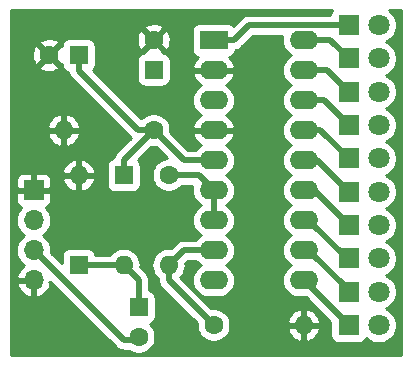
<source format=gbr>
G04 #@! TF.GenerationSoftware,KiCad,Pcbnew,(5.1.4-0-10_14)*
G04 #@! TF.CreationDate,2019-08-30T09:08:26-07:00*
G04 #@! TF.ProjectId,VUMeter,56554d65-7465-4722-9e6b-696361645f70,rev?*
G04 #@! TF.SameCoordinates,Original*
G04 #@! TF.FileFunction,Copper,L1,Top*
G04 #@! TF.FilePolarity,Positive*
%FSLAX46Y46*%
G04 Gerber Fmt 4.6, Leading zero omitted, Abs format (unit mm)*
G04 Created by KiCad (PCBNEW (5.1.4-0-10_14)) date 2019-08-30 09:08:26*
%MOMM*%
%LPD*%
G04 APERTURE LIST*
%ADD10O,2.400000X1.600000*%
%ADD11R,2.400000X1.600000*%
%ADD12O,1.600000X1.600000*%
%ADD13C,1.600000*%
%ADD14O,1.700000X1.700000*%
%ADD15R,1.700000X1.700000*%
%ADD16R,1.600000X1.600000*%
%ADD17C,1.800000*%
%ADD18R,1.800000X1.800000*%
%ADD19C,0.508000*%
%ADD20C,0.254000*%
G04 APERTURE END LIST*
D10*
X90170000Y-72390000D03*
X82550000Y-92710000D03*
X90170000Y-74930000D03*
X82550000Y-90170000D03*
X90170000Y-77470000D03*
X82550000Y-87630000D03*
X90170000Y-80010000D03*
X82550000Y-85090000D03*
X90170000Y-82550000D03*
X82550000Y-82550000D03*
X90170000Y-85090000D03*
X82550000Y-80010000D03*
X90170000Y-87630000D03*
X82550000Y-77470000D03*
X90170000Y-90170000D03*
X82550000Y-74930000D03*
X90170000Y-92710000D03*
D11*
X82550000Y-72390000D03*
D12*
X90170000Y-96520000D03*
D13*
X82550000Y-96520000D03*
D12*
X69850000Y-80010000D03*
D13*
X77470000Y-80010000D03*
D12*
X78740000Y-91440000D03*
D13*
X78740000Y-83820000D03*
D14*
X67310000Y-92710000D03*
X67310000Y-90170000D03*
X67310000Y-87630000D03*
D15*
X67310000Y-85090000D03*
D12*
X71120000Y-83820000D03*
D16*
X71120000Y-91440000D03*
D17*
X96520000Y-96520000D03*
D18*
X93980000Y-96520000D03*
D12*
X74930000Y-91440000D03*
D16*
X74930000Y-83820000D03*
D17*
X96520000Y-93697776D03*
D18*
X93980000Y-93697776D03*
D17*
X96520000Y-90875554D03*
D18*
X93980000Y-90875554D03*
D17*
X96520000Y-88053332D03*
D18*
X93980000Y-88053332D03*
D17*
X96520000Y-85231110D03*
D18*
X93980000Y-85231110D03*
D17*
X96520000Y-82408888D03*
D18*
X93980000Y-82408888D03*
D17*
X96520000Y-79586666D03*
D18*
X93980000Y-79586666D03*
D17*
X96520000Y-76764444D03*
D18*
X93980000Y-76764444D03*
D17*
X96520000Y-73942222D03*
D18*
X93980000Y-73942222D03*
D17*
X96520000Y-71120000D03*
D18*
X93980000Y-71120000D03*
D13*
X68620000Y-73660000D03*
D16*
X71120000Y-73660000D03*
D13*
X76200000Y-97496000D03*
D16*
X76200000Y-94996000D03*
D13*
X77470000Y-72390000D03*
D16*
X77470000Y-74890000D03*
D19*
X74930000Y-97790000D02*
X76200000Y-97790000D01*
X67310000Y-90170000D02*
X74930000Y-97790000D01*
X76200000Y-92710000D02*
X74930000Y-91440000D01*
X76200000Y-95290000D02*
X76200000Y-92710000D01*
X74930000Y-91440000D02*
X71120000Y-91440000D01*
X76338630Y-80010000D02*
X77470000Y-80010000D01*
X76162000Y-80010000D02*
X76338630Y-80010000D01*
X71120000Y-74968000D02*
X76162000Y-80010000D01*
X71120000Y-73660000D02*
X71120000Y-74968000D01*
X80010000Y-82550000D02*
X77470000Y-80010000D01*
X82550000Y-82550000D02*
X80010000Y-82550000D01*
X74930000Y-82550000D02*
X77470000Y-80010000D01*
X74930000Y-83820000D02*
X74930000Y-82550000D01*
X92572000Y-71120000D02*
X93980000Y-71120000D01*
X85528000Y-71120000D02*
X92572000Y-71120000D01*
X84258000Y-72390000D02*
X85528000Y-71120000D01*
X82550000Y-72390000D02*
X84258000Y-72390000D01*
X92427778Y-72390000D02*
X93980000Y-73942222D01*
X90170000Y-72390000D02*
X92427778Y-72390000D01*
X92145556Y-74930000D02*
X93980000Y-76764444D01*
X90170000Y-74930000D02*
X92145556Y-74930000D01*
X91863334Y-77470000D02*
X93980000Y-79586666D01*
X90170000Y-77470000D02*
X91863334Y-77470000D01*
X91581112Y-80010000D02*
X93980000Y-82408888D01*
X90170000Y-80010000D02*
X91581112Y-80010000D01*
X91298890Y-82550000D02*
X93980000Y-85231110D01*
X90170000Y-82550000D02*
X91298890Y-82550000D01*
X91016668Y-85090000D02*
X93980000Y-88053332D01*
X90170000Y-85090000D02*
X91016668Y-85090000D01*
X93815554Y-90875554D02*
X93980000Y-90875554D01*
X90570000Y-87630000D02*
X93815554Y-90875554D01*
X90170000Y-87630000D02*
X90570000Y-87630000D01*
X93980000Y-93580000D02*
X93980000Y-93697776D01*
X90570000Y-90170000D02*
X93980000Y-93580000D01*
X90170000Y-90170000D02*
X90570000Y-90170000D01*
X90170000Y-92710000D02*
X93980000Y-96520000D01*
X80010000Y-90170000D02*
X78740000Y-91440000D01*
X82550000Y-90170000D02*
X80010000Y-90170000D01*
X78740000Y-92710000D02*
X82550000Y-96520000D01*
X78740000Y-91440000D02*
X78740000Y-92710000D01*
X81280000Y-83820000D02*
X82550000Y-85090000D01*
X78740000Y-83820000D02*
X81280000Y-83820000D01*
X82550000Y-85090000D02*
X82550000Y-87630000D01*
D20*
G36*
X92490498Y-69975820D02*
G01*
X92454188Y-70095518D01*
X92441928Y-70220000D01*
X92441928Y-70231000D01*
X85571659Y-70231000D01*
X85527999Y-70226700D01*
X85484339Y-70231000D01*
X85484333Y-70231000D01*
X85386924Y-70240594D01*
X85353724Y-70243864D01*
X85252058Y-70274704D01*
X85186149Y-70294697D01*
X85031709Y-70377247D01*
X84896341Y-70488341D01*
X84868506Y-70522259D01*
X84224067Y-71166697D01*
X84201185Y-71138815D01*
X84104494Y-71059463D01*
X83994180Y-71000498D01*
X83874482Y-70964188D01*
X83750000Y-70951928D01*
X81350000Y-70951928D01*
X81225518Y-70964188D01*
X81105820Y-71000498D01*
X80995506Y-71059463D01*
X80898815Y-71138815D01*
X80819463Y-71235506D01*
X80760498Y-71345820D01*
X80724188Y-71465518D01*
X80711928Y-71590000D01*
X80711928Y-73190000D01*
X80724188Y-73314482D01*
X80760498Y-73434180D01*
X80819463Y-73544494D01*
X80898815Y-73641185D01*
X80995506Y-73720537D01*
X81105820Y-73779502D01*
X81225518Y-73815812D01*
X81237387Y-73816981D01*
X81045500Y-74005105D01*
X80886285Y-74238354D01*
X80775633Y-74498182D01*
X80758096Y-74580961D01*
X80880085Y-74803000D01*
X82423000Y-74803000D01*
X82423000Y-74783000D01*
X82677000Y-74783000D01*
X82677000Y-74803000D01*
X84219915Y-74803000D01*
X84341904Y-74580961D01*
X84324367Y-74498182D01*
X84213715Y-74238354D01*
X84054500Y-74005105D01*
X83862613Y-73816981D01*
X83874482Y-73815812D01*
X83994180Y-73779502D01*
X84104494Y-73720537D01*
X84201185Y-73641185D01*
X84280537Y-73544494D01*
X84339502Y-73434180D01*
X84375812Y-73314482D01*
X84380067Y-73271278D01*
X84432274Y-73266136D01*
X84599851Y-73215303D01*
X84754291Y-73132753D01*
X84889659Y-73021659D01*
X84917499Y-72987736D01*
X85896236Y-72009000D01*
X88386005Y-72009000D01*
X88355764Y-72108691D01*
X88328057Y-72390000D01*
X88355764Y-72671309D01*
X88437818Y-72941808D01*
X88571068Y-73191101D01*
X88750392Y-73409608D01*
X88968899Y-73588932D01*
X89101858Y-73660000D01*
X88968899Y-73731068D01*
X88750392Y-73910392D01*
X88571068Y-74128899D01*
X88437818Y-74378192D01*
X88355764Y-74648691D01*
X88328057Y-74930000D01*
X88355764Y-75211309D01*
X88437818Y-75481808D01*
X88571068Y-75731101D01*
X88750392Y-75949608D01*
X88968899Y-76128932D01*
X89101858Y-76200000D01*
X88968899Y-76271068D01*
X88750392Y-76450392D01*
X88571068Y-76668899D01*
X88437818Y-76918192D01*
X88355764Y-77188691D01*
X88328057Y-77470000D01*
X88355764Y-77751309D01*
X88437818Y-78021808D01*
X88571068Y-78271101D01*
X88750392Y-78489608D01*
X88968899Y-78668932D01*
X89101858Y-78740000D01*
X88968899Y-78811068D01*
X88750392Y-78990392D01*
X88571068Y-79208899D01*
X88437818Y-79458192D01*
X88355764Y-79728691D01*
X88328057Y-80010000D01*
X88355764Y-80291309D01*
X88437818Y-80561808D01*
X88571068Y-80811101D01*
X88750392Y-81029608D01*
X88968899Y-81208932D01*
X89101858Y-81280000D01*
X88968899Y-81351068D01*
X88750392Y-81530392D01*
X88571068Y-81748899D01*
X88437818Y-81998192D01*
X88355764Y-82268691D01*
X88328057Y-82550000D01*
X88355764Y-82831309D01*
X88437818Y-83101808D01*
X88571068Y-83351101D01*
X88750392Y-83569608D01*
X88968899Y-83748932D01*
X89101858Y-83820000D01*
X88968899Y-83891068D01*
X88750392Y-84070392D01*
X88571068Y-84288899D01*
X88437818Y-84538192D01*
X88355764Y-84808691D01*
X88328057Y-85090000D01*
X88355764Y-85371309D01*
X88437818Y-85641808D01*
X88571068Y-85891101D01*
X88750392Y-86109608D01*
X88968899Y-86288932D01*
X89101858Y-86360000D01*
X88968899Y-86431068D01*
X88750392Y-86610392D01*
X88571068Y-86828899D01*
X88437818Y-87078192D01*
X88355764Y-87348691D01*
X88328057Y-87630000D01*
X88355764Y-87911309D01*
X88437818Y-88181808D01*
X88571068Y-88431101D01*
X88750392Y-88649608D01*
X88968899Y-88828932D01*
X89101858Y-88900000D01*
X88968899Y-88971068D01*
X88750392Y-89150392D01*
X88571068Y-89368899D01*
X88437818Y-89618192D01*
X88355764Y-89888691D01*
X88328057Y-90170000D01*
X88355764Y-90451309D01*
X88437818Y-90721808D01*
X88571068Y-90971101D01*
X88750392Y-91189608D01*
X88968899Y-91368932D01*
X89101858Y-91440000D01*
X88968899Y-91511068D01*
X88750392Y-91690392D01*
X88571068Y-91908899D01*
X88437818Y-92158192D01*
X88355764Y-92428691D01*
X88328057Y-92710000D01*
X88355764Y-92991309D01*
X88437818Y-93261808D01*
X88571068Y-93511101D01*
X88750392Y-93729608D01*
X88968899Y-93908932D01*
X89218192Y-94042182D01*
X89488691Y-94124236D01*
X89699508Y-94145000D01*
X90347765Y-94145000D01*
X92441928Y-96239164D01*
X92441928Y-97420000D01*
X92454188Y-97544482D01*
X92490498Y-97664180D01*
X92549463Y-97774494D01*
X92628815Y-97871185D01*
X92725506Y-97950537D01*
X92835820Y-98009502D01*
X92955518Y-98045812D01*
X93080000Y-98058072D01*
X94880000Y-98058072D01*
X95004482Y-98045812D01*
X95124180Y-98009502D01*
X95234494Y-97950537D01*
X95331185Y-97871185D01*
X95410537Y-97774494D01*
X95469502Y-97664180D01*
X95475056Y-97645873D01*
X95541495Y-97712312D01*
X95792905Y-97880299D01*
X96072257Y-97996011D01*
X96368816Y-98055000D01*
X96671184Y-98055000D01*
X96967743Y-97996011D01*
X97247095Y-97880299D01*
X97498505Y-97712312D01*
X97712312Y-97498505D01*
X97880299Y-97247095D01*
X97996011Y-96967743D01*
X98055000Y-96671184D01*
X98055000Y-96368816D01*
X97996011Y-96072257D01*
X97880299Y-95792905D01*
X97712312Y-95541495D01*
X97498505Y-95327688D01*
X97247095Y-95159701D01*
X97124422Y-95108888D01*
X97247095Y-95058075D01*
X97498505Y-94890088D01*
X97712312Y-94676281D01*
X97880299Y-94424871D01*
X97996011Y-94145519D01*
X98055000Y-93848960D01*
X98055000Y-93546592D01*
X97996011Y-93250033D01*
X97880299Y-92970681D01*
X97712312Y-92719271D01*
X97498505Y-92505464D01*
X97247095Y-92337477D01*
X97124425Y-92286665D01*
X97247095Y-92235853D01*
X97498505Y-92067866D01*
X97712312Y-91854059D01*
X97880299Y-91602649D01*
X97996011Y-91323297D01*
X98055000Y-91026738D01*
X98055000Y-90724370D01*
X97996011Y-90427811D01*
X97880299Y-90148459D01*
X97712312Y-89897049D01*
X97498505Y-89683242D01*
X97247095Y-89515255D01*
X97124425Y-89464443D01*
X97247095Y-89413631D01*
X97498505Y-89245644D01*
X97712312Y-89031837D01*
X97880299Y-88780427D01*
X97996011Y-88501075D01*
X98055000Y-88204516D01*
X98055000Y-87902148D01*
X97996011Y-87605589D01*
X97880299Y-87326237D01*
X97712312Y-87074827D01*
X97498505Y-86861020D01*
X97247095Y-86693033D01*
X97124425Y-86642221D01*
X97247095Y-86591409D01*
X97498505Y-86423422D01*
X97712312Y-86209615D01*
X97880299Y-85958205D01*
X97996011Y-85678853D01*
X98055000Y-85382294D01*
X98055000Y-85079926D01*
X97996011Y-84783367D01*
X97880299Y-84504015D01*
X97712312Y-84252605D01*
X97498505Y-84038798D01*
X97247095Y-83870811D01*
X97124425Y-83819999D01*
X97247095Y-83769187D01*
X97498505Y-83601200D01*
X97712312Y-83387393D01*
X97880299Y-83135983D01*
X97996011Y-82856631D01*
X98055000Y-82560072D01*
X98055000Y-82257704D01*
X97996011Y-81961145D01*
X97880299Y-81681793D01*
X97712312Y-81430383D01*
X97498505Y-81216576D01*
X97247095Y-81048589D01*
X97124425Y-80997777D01*
X97247095Y-80946965D01*
X97498505Y-80778978D01*
X97712312Y-80565171D01*
X97880299Y-80313761D01*
X97996011Y-80034409D01*
X98055000Y-79737850D01*
X98055000Y-79435482D01*
X97996011Y-79138923D01*
X97880299Y-78859571D01*
X97712312Y-78608161D01*
X97498505Y-78394354D01*
X97247095Y-78226367D01*
X97124425Y-78175555D01*
X97247095Y-78124743D01*
X97498505Y-77956756D01*
X97712312Y-77742949D01*
X97880299Y-77491539D01*
X97996011Y-77212187D01*
X98055000Y-76915628D01*
X98055000Y-76613260D01*
X97996011Y-76316701D01*
X97880299Y-76037349D01*
X97712312Y-75785939D01*
X97498505Y-75572132D01*
X97247095Y-75404145D01*
X97124425Y-75353333D01*
X97247095Y-75302521D01*
X97498505Y-75134534D01*
X97712312Y-74920727D01*
X97880299Y-74669317D01*
X97996011Y-74389965D01*
X98055000Y-74093406D01*
X98055000Y-73791038D01*
X97996011Y-73494479D01*
X97880299Y-73215127D01*
X97712312Y-72963717D01*
X97498505Y-72749910D01*
X97247095Y-72581923D01*
X97124425Y-72531111D01*
X97247095Y-72480299D01*
X97498505Y-72312312D01*
X97712312Y-72098505D01*
X97880299Y-71847095D01*
X97996011Y-71567743D01*
X98055000Y-71271184D01*
X98055000Y-70968816D01*
X97996011Y-70672257D01*
X97880299Y-70392905D01*
X97712312Y-70141495D01*
X97498505Y-69927688D01*
X97419652Y-69875000D01*
X98400000Y-69875000D01*
X98400001Y-99035000D01*
X65430000Y-99035000D01*
X65430000Y-93066890D01*
X65868524Y-93066890D01*
X65913175Y-93214099D01*
X66038359Y-93476920D01*
X66212412Y-93710269D01*
X66428645Y-93905178D01*
X66678748Y-94054157D01*
X66953109Y-94151481D01*
X67183000Y-94030814D01*
X67183000Y-92837000D01*
X65989845Y-92837000D01*
X65868524Y-93066890D01*
X65430000Y-93066890D01*
X65430000Y-87630000D01*
X65817815Y-87630000D01*
X65846487Y-87921111D01*
X65931401Y-88201034D01*
X66069294Y-88459014D01*
X66254866Y-88685134D01*
X66480986Y-88870706D01*
X66535791Y-88900000D01*
X66480986Y-88929294D01*
X66254866Y-89114866D01*
X66069294Y-89340986D01*
X65931401Y-89598966D01*
X65846487Y-89878889D01*
X65817815Y-90170000D01*
X65846487Y-90461111D01*
X65931401Y-90741034D01*
X66069294Y-90999014D01*
X66254866Y-91225134D01*
X66480986Y-91410706D01*
X66545523Y-91445201D01*
X66428645Y-91514822D01*
X66212412Y-91709731D01*
X66038359Y-91943080D01*
X65913175Y-92205901D01*
X65868524Y-92353110D01*
X65989845Y-92583000D01*
X67183000Y-92583000D01*
X67183000Y-92563000D01*
X67437000Y-92563000D01*
X67437000Y-92583000D01*
X67457000Y-92583000D01*
X67457000Y-92837000D01*
X67437000Y-92837000D01*
X67437000Y-94030814D01*
X67666891Y-94151481D01*
X67941252Y-94054157D01*
X68191355Y-93905178D01*
X68407588Y-93710269D01*
X68581641Y-93476920D01*
X68706825Y-93214099D01*
X68751476Y-93066890D01*
X68630156Y-92837002D01*
X68719767Y-92837002D01*
X74270501Y-98387736D01*
X74298341Y-98421659D01*
X74433709Y-98532753D01*
X74588149Y-98615303D01*
X74654058Y-98635296D01*
X74755724Y-98666136D01*
X74788924Y-98669406D01*
X74886333Y-98679000D01*
X74886339Y-98679000D01*
X74929999Y-98683300D01*
X74973659Y-98679000D01*
X75387554Y-98679000D01*
X75520273Y-98767680D01*
X75781426Y-98875853D01*
X76058665Y-98931000D01*
X76341335Y-98931000D01*
X76618574Y-98875853D01*
X76879727Y-98767680D01*
X77114759Y-98610637D01*
X77314637Y-98410759D01*
X77471680Y-98175727D01*
X77579853Y-97914574D01*
X77635000Y-97637335D01*
X77635000Y-97354665D01*
X77579853Y-97077426D01*
X77471680Y-96816273D01*
X77314637Y-96581241D01*
X77148057Y-96414661D01*
X77244180Y-96385502D01*
X77354494Y-96326537D01*
X77451185Y-96247185D01*
X77530537Y-96150494D01*
X77589502Y-96040180D01*
X77625812Y-95920482D01*
X77638072Y-95796000D01*
X77638072Y-94196000D01*
X77625812Y-94071518D01*
X77589502Y-93951820D01*
X77530537Y-93841506D01*
X77451185Y-93744815D01*
X77354494Y-93665463D01*
X77244180Y-93606498D01*
X77124482Y-93570188D01*
X77089000Y-93566693D01*
X77089000Y-92753659D01*
X77093300Y-92709999D01*
X77089000Y-92666339D01*
X77089000Y-92666333D01*
X77076136Y-92535726D01*
X77076136Y-92535724D01*
X77025302Y-92368147D01*
X76992132Y-92306091D01*
X76942753Y-92213709D01*
X76831659Y-92078341D01*
X76797741Y-92050505D01*
X76355382Y-91608146D01*
X76371943Y-91440000D01*
X76344236Y-91158691D01*
X76262182Y-90888192D01*
X76128932Y-90638899D01*
X75949608Y-90420392D01*
X75731101Y-90241068D01*
X75481808Y-90107818D01*
X75211309Y-90025764D01*
X75000492Y-90005000D01*
X74859508Y-90005000D01*
X74648691Y-90025764D01*
X74378192Y-90107818D01*
X74128899Y-90241068D01*
X73910392Y-90420392D01*
X73803205Y-90551000D01*
X72549307Y-90551000D01*
X72545812Y-90515518D01*
X72509502Y-90395820D01*
X72450537Y-90285506D01*
X72371185Y-90188815D01*
X72274494Y-90109463D01*
X72164180Y-90050498D01*
X72044482Y-90014188D01*
X71920000Y-90001928D01*
X70320000Y-90001928D01*
X70195518Y-90014188D01*
X70075820Y-90050498D01*
X69965506Y-90109463D01*
X69868815Y-90188815D01*
X69789463Y-90285506D01*
X69730498Y-90395820D01*
X69694188Y-90515518D01*
X69681928Y-90640000D01*
X69681928Y-91284693D01*
X68781119Y-90383884D01*
X68802185Y-90170000D01*
X68773513Y-89878889D01*
X68688599Y-89598966D01*
X68550706Y-89340986D01*
X68365134Y-89114866D01*
X68139014Y-88929294D01*
X68084209Y-88900000D01*
X68139014Y-88870706D01*
X68365134Y-88685134D01*
X68550706Y-88459014D01*
X68688599Y-88201034D01*
X68773513Y-87921111D01*
X68802185Y-87630000D01*
X68773513Y-87338889D01*
X68688599Y-87058966D01*
X68550706Y-86800986D01*
X68365134Y-86574866D01*
X68335313Y-86550393D01*
X68404180Y-86529502D01*
X68514494Y-86470537D01*
X68611185Y-86391185D01*
X68690537Y-86294494D01*
X68749502Y-86184180D01*
X68785812Y-86064482D01*
X68798072Y-85940000D01*
X68795000Y-85375750D01*
X68636250Y-85217000D01*
X67437000Y-85217000D01*
X67437000Y-85237000D01*
X67183000Y-85237000D01*
X67183000Y-85217000D01*
X65983750Y-85217000D01*
X65825000Y-85375750D01*
X65821928Y-85940000D01*
X65834188Y-86064482D01*
X65870498Y-86184180D01*
X65929463Y-86294494D01*
X66008815Y-86391185D01*
X66105506Y-86470537D01*
X66215820Y-86529502D01*
X66284687Y-86550393D01*
X66254866Y-86574866D01*
X66069294Y-86800986D01*
X65931401Y-87058966D01*
X65846487Y-87338889D01*
X65817815Y-87630000D01*
X65430000Y-87630000D01*
X65430000Y-84240000D01*
X65821928Y-84240000D01*
X65825000Y-84804250D01*
X65983750Y-84963000D01*
X67183000Y-84963000D01*
X67183000Y-83763750D01*
X67437000Y-83763750D01*
X67437000Y-84963000D01*
X68636250Y-84963000D01*
X68795000Y-84804250D01*
X68798072Y-84240000D01*
X68791084Y-84169040D01*
X69728091Y-84169040D01*
X69822930Y-84433881D01*
X69967615Y-84675131D01*
X70156586Y-84883519D01*
X70382580Y-85051037D01*
X70636913Y-85171246D01*
X70770961Y-85211904D01*
X70993000Y-85089915D01*
X70993000Y-83947000D01*
X71247000Y-83947000D01*
X71247000Y-85089915D01*
X71469039Y-85211904D01*
X71603087Y-85171246D01*
X71857420Y-85051037D01*
X72083414Y-84883519D01*
X72272385Y-84675131D01*
X72417070Y-84433881D01*
X72511909Y-84169040D01*
X72390624Y-83947000D01*
X71247000Y-83947000D01*
X70993000Y-83947000D01*
X69849376Y-83947000D01*
X69728091Y-84169040D01*
X68791084Y-84169040D01*
X68785812Y-84115518D01*
X68749502Y-83995820D01*
X68690537Y-83885506D01*
X68611185Y-83788815D01*
X68514494Y-83709463D01*
X68404180Y-83650498D01*
X68284482Y-83614188D01*
X68160000Y-83601928D01*
X67595750Y-83605000D01*
X67437000Y-83763750D01*
X67183000Y-83763750D01*
X67024250Y-83605000D01*
X66460000Y-83601928D01*
X66335518Y-83614188D01*
X66215820Y-83650498D01*
X66105506Y-83709463D01*
X66008815Y-83788815D01*
X65929463Y-83885506D01*
X65870498Y-83995820D01*
X65834188Y-84115518D01*
X65821928Y-84240000D01*
X65430000Y-84240000D01*
X65430000Y-83470960D01*
X69728091Y-83470960D01*
X69849376Y-83693000D01*
X70993000Y-83693000D01*
X70993000Y-82550085D01*
X71247000Y-82550085D01*
X71247000Y-83693000D01*
X72390624Y-83693000D01*
X72511909Y-83470960D01*
X72417070Y-83206119D01*
X72272385Y-82964869D01*
X72083414Y-82756481D01*
X71857420Y-82588963D01*
X71603087Y-82468754D01*
X71469039Y-82428096D01*
X71247000Y-82550085D01*
X70993000Y-82550085D01*
X70770961Y-82428096D01*
X70636913Y-82468754D01*
X70382580Y-82588963D01*
X70156586Y-82756481D01*
X69967615Y-82964869D01*
X69822930Y-83206119D01*
X69728091Y-83470960D01*
X65430000Y-83470960D01*
X65430000Y-80359039D01*
X68458096Y-80359039D01*
X68498754Y-80493087D01*
X68618963Y-80747420D01*
X68786481Y-80973414D01*
X68994869Y-81162385D01*
X69236119Y-81307070D01*
X69500960Y-81401909D01*
X69723000Y-81280624D01*
X69723000Y-80137000D01*
X69977000Y-80137000D01*
X69977000Y-81280624D01*
X70199040Y-81401909D01*
X70463881Y-81307070D01*
X70705131Y-81162385D01*
X70913519Y-80973414D01*
X71081037Y-80747420D01*
X71201246Y-80493087D01*
X71241904Y-80359039D01*
X71119915Y-80137000D01*
X69977000Y-80137000D01*
X69723000Y-80137000D01*
X68580085Y-80137000D01*
X68458096Y-80359039D01*
X65430000Y-80359039D01*
X65430000Y-79660961D01*
X68458096Y-79660961D01*
X68580085Y-79883000D01*
X69723000Y-79883000D01*
X69723000Y-78739376D01*
X69977000Y-78739376D01*
X69977000Y-79883000D01*
X71119915Y-79883000D01*
X71241904Y-79660961D01*
X71201246Y-79526913D01*
X71081037Y-79272580D01*
X70913519Y-79046586D01*
X70705131Y-78857615D01*
X70463881Y-78712930D01*
X70199040Y-78618091D01*
X69977000Y-78739376D01*
X69723000Y-78739376D01*
X69500960Y-78618091D01*
X69236119Y-78712930D01*
X68994869Y-78857615D01*
X68786481Y-79046586D01*
X68618963Y-79272580D01*
X68498754Y-79526913D01*
X68458096Y-79660961D01*
X65430000Y-79660961D01*
X65430000Y-74652702D01*
X67806903Y-74652702D01*
X67878486Y-74896671D01*
X68133996Y-75017571D01*
X68408184Y-75086300D01*
X68690512Y-75100217D01*
X68970130Y-75058787D01*
X69236292Y-74963603D01*
X69361514Y-74896671D01*
X69433097Y-74652702D01*
X68620000Y-73839605D01*
X67806903Y-74652702D01*
X65430000Y-74652702D01*
X65430000Y-73730512D01*
X67179783Y-73730512D01*
X67221213Y-74010130D01*
X67316397Y-74276292D01*
X67383329Y-74401514D01*
X67627298Y-74473097D01*
X68440395Y-73660000D01*
X68799605Y-73660000D01*
X69612702Y-74473097D01*
X69681928Y-74452785D01*
X69681928Y-74460000D01*
X69694188Y-74584482D01*
X69730498Y-74704180D01*
X69789463Y-74814494D01*
X69868815Y-74911185D01*
X69965506Y-74990537D01*
X70075820Y-75049502D01*
X70195518Y-75085812D01*
X70238722Y-75090067D01*
X70243864Y-75142274D01*
X70294698Y-75309852D01*
X70377248Y-75464291D01*
X70488342Y-75599659D01*
X70522259Y-75627494D01*
X75502504Y-80607740D01*
X75530341Y-80641659D01*
X75558223Y-80664541D01*
X74332260Y-81890505D01*
X74298342Y-81918341D01*
X74270507Y-81952258D01*
X74270505Y-81952260D01*
X74187248Y-82053709D01*
X74104698Y-82208148D01*
X74053864Y-82375726D01*
X74052501Y-82389561D01*
X74005518Y-82394188D01*
X73885820Y-82430498D01*
X73775506Y-82489463D01*
X73678815Y-82568815D01*
X73599463Y-82665506D01*
X73540498Y-82775820D01*
X73504188Y-82895518D01*
X73491928Y-83020000D01*
X73491928Y-84620000D01*
X73504188Y-84744482D01*
X73540498Y-84864180D01*
X73599463Y-84974494D01*
X73678815Y-85071185D01*
X73775506Y-85150537D01*
X73885820Y-85209502D01*
X74005518Y-85245812D01*
X74130000Y-85258072D01*
X75730000Y-85258072D01*
X75854482Y-85245812D01*
X75974180Y-85209502D01*
X76084494Y-85150537D01*
X76181185Y-85071185D01*
X76260537Y-84974494D01*
X76319502Y-84864180D01*
X76355812Y-84744482D01*
X76368072Y-84620000D01*
X76368072Y-83020000D01*
X76355812Y-82895518D01*
X76319502Y-82775820D01*
X76260537Y-82665506D01*
X76181185Y-82568815D01*
X76174174Y-82563061D01*
X77298280Y-81438956D01*
X77328665Y-81445000D01*
X77611335Y-81445000D01*
X77641721Y-81438956D01*
X78589573Y-82386809D01*
X78321426Y-82440147D01*
X78060273Y-82548320D01*
X77825241Y-82705363D01*
X77625363Y-82905241D01*
X77468320Y-83140273D01*
X77360147Y-83401426D01*
X77305000Y-83678665D01*
X77305000Y-83961335D01*
X77360147Y-84238574D01*
X77468320Y-84499727D01*
X77625363Y-84734759D01*
X77825241Y-84934637D01*
X78060273Y-85091680D01*
X78321426Y-85199853D01*
X78598665Y-85255000D01*
X78881335Y-85255000D01*
X79158574Y-85199853D01*
X79419727Y-85091680D01*
X79654759Y-84934637D01*
X79854637Y-84734759D01*
X79871849Y-84709000D01*
X80766005Y-84709000D01*
X80735764Y-84808691D01*
X80708057Y-85090000D01*
X80735764Y-85371309D01*
X80817818Y-85641808D01*
X80951068Y-85891101D01*
X81130392Y-86109608D01*
X81348899Y-86288932D01*
X81481858Y-86360000D01*
X81348899Y-86431068D01*
X81130392Y-86610392D01*
X80951068Y-86828899D01*
X80817818Y-87078192D01*
X80735764Y-87348691D01*
X80708057Y-87630000D01*
X80735764Y-87911309D01*
X80817818Y-88181808D01*
X80951068Y-88431101D01*
X81130392Y-88649608D01*
X81348899Y-88828932D01*
X81481858Y-88900000D01*
X81348899Y-88971068D01*
X81130392Y-89150392D01*
X81023205Y-89281000D01*
X80053659Y-89281000D01*
X80009999Y-89276700D01*
X79966339Y-89281000D01*
X79966333Y-89281000D01*
X79868924Y-89290594D01*
X79835724Y-89293864D01*
X79734058Y-89324704D01*
X79668149Y-89344697D01*
X79513709Y-89427247D01*
X79378341Y-89538341D01*
X79350506Y-89572259D01*
X78908146Y-90014618D01*
X78810492Y-90005000D01*
X78669508Y-90005000D01*
X78458691Y-90025764D01*
X78188192Y-90107818D01*
X77938899Y-90241068D01*
X77720392Y-90420392D01*
X77541068Y-90638899D01*
X77407818Y-90888192D01*
X77325764Y-91158691D01*
X77298057Y-91440000D01*
X77325764Y-91721309D01*
X77407818Y-91991808D01*
X77541068Y-92241101D01*
X77720392Y-92459608D01*
X77851001Y-92566796D01*
X77851001Y-92666331D01*
X77846700Y-92710000D01*
X77863864Y-92884274D01*
X77914698Y-93051852D01*
X77931726Y-93083708D01*
X77997248Y-93206291D01*
X78108342Y-93341659D01*
X78142259Y-93369494D01*
X81121044Y-96348280D01*
X81115000Y-96378665D01*
X81115000Y-96661335D01*
X81170147Y-96938574D01*
X81278320Y-97199727D01*
X81435363Y-97434759D01*
X81635241Y-97634637D01*
X81870273Y-97791680D01*
X82131426Y-97899853D01*
X82408665Y-97955000D01*
X82691335Y-97955000D01*
X82968574Y-97899853D01*
X83229727Y-97791680D01*
X83464759Y-97634637D01*
X83664637Y-97434759D01*
X83821680Y-97199727D01*
X83929853Y-96938574D01*
X83943684Y-96869039D01*
X88778096Y-96869039D01*
X88818754Y-97003087D01*
X88938963Y-97257420D01*
X89106481Y-97483414D01*
X89314869Y-97672385D01*
X89556119Y-97817070D01*
X89820960Y-97911909D01*
X90043000Y-97790624D01*
X90043000Y-96647000D01*
X90297000Y-96647000D01*
X90297000Y-97790624D01*
X90519040Y-97911909D01*
X90783881Y-97817070D01*
X91025131Y-97672385D01*
X91233519Y-97483414D01*
X91401037Y-97257420D01*
X91521246Y-97003087D01*
X91561904Y-96869039D01*
X91439915Y-96647000D01*
X90297000Y-96647000D01*
X90043000Y-96647000D01*
X88900085Y-96647000D01*
X88778096Y-96869039D01*
X83943684Y-96869039D01*
X83985000Y-96661335D01*
X83985000Y-96378665D01*
X83943685Y-96170961D01*
X88778096Y-96170961D01*
X88900085Y-96393000D01*
X90043000Y-96393000D01*
X90043000Y-95249376D01*
X90297000Y-95249376D01*
X90297000Y-96393000D01*
X91439915Y-96393000D01*
X91561904Y-96170961D01*
X91521246Y-96036913D01*
X91401037Y-95782580D01*
X91233519Y-95556586D01*
X91025131Y-95367615D01*
X90783881Y-95222930D01*
X90519040Y-95128091D01*
X90297000Y-95249376D01*
X90043000Y-95249376D01*
X89820960Y-95128091D01*
X89556119Y-95222930D01*
X89314869Y-95367615D01*
X89106481Y-95556586D01*
X88938963Y-95782580D01*
X88818754Y-96036913D01*
X88778096Y-96170961D01*
X83943685Y-96170961D01*
X83929853Y-96101426D01*
X83821680Y-95840273D01*
X83664637Y-95605241D01*
X83464759Y-95405363D01*
X83229727Y-95248320D01*
X82968574Y-95140147D01*
X82691335Y-95085000D01*
X82408665Y-95085000D01*
X82378280Y-95091044D01*
X79752597Y-92465362D01*
X79759608Y-92459608D01*
X79938932Y-92241101D01*
X80072182Y-91991808D01*
X80154236Y-91721309D01*
X80181943Y-91440000D01*
X80165382Y-91271854D01*
X80378236Y-91059000D01*
X81023205Y-91059000D01*
X81130392Y-91189608D01*
X81348899Y-91368932D01*
X81481858Y-91440000D01*
X81348899Y-91511068D01*
X81130392Y-91690392D01*
X80951068Y-91908899D01*
X80817818Y-92158192D01*
X80735764Y-92428691D01*
X80708057Y-92710000D01*
X80735764Y-92991309D01*
X80817818Y-93261808D01*
X80951068Y-93511101D01*
X81130392Y-93729608D01*
X81348899Y-93908932D01*
X81598192Y-94042182D01*
X81868691Y-94124236D01*
X82079508Y-94145000D01*
X83020492Y-94145000D01*
X83231309Y-94124236D01*
X83501808Y-94042182D01*
X83751101Y-93908932D01*
X83969608Y-93729608D01*
X84148932Y-93511101D01*
X84282182Y-93261808D01*
X84364236Y-92991309D01*
X84391943Y-92710000D01*
X84364236Y-92428691D01*
X84282182Y-92158192D01*
X84148932Y-91908899D01*
X83969608Y-91690392D01*
X83751101Y-91511068D01*
X83618142Y-91440000D01*
X83751101Y-91368932D01*
X83969608Y-91189608D01*
X84148932Y-90971101D01*
X84282182Y-90721808D01*
X84364236Y-90451309D01*
X84391943Y-90170000D01*
X84364236Y-89888691D01*
X84282182Y-89618192D01*
X84148932Y-89368899D01*
X83969608Y-89150392D01*
X83751101Y-88971068D01*
X83618142Y-88900000D01*
X83751101Y-88828932D01*
X83969608Y-88649608D01*
X84148932Y-88431101D01*
X84282182Y-88181808D01*
X84364236Y-87911309D01*
X84391943Y-87630000D01*
X84364236Y-87348691D01*
X84282182Y-87078192D01*
X84148932Y-86828899D01*
X83969608Y-86610392D01*
X83751101Y-86431068D01*
X83618142Y-86360000D01*
X83751101Y-86288932D01*
X83969608Y-86109608D01*
X84148932Y-85891101D01*
X84282182Y-85641808D01*
X84364236Y-85371309D01*
X84391943Y-85090000D01*
X84364236Y-84808691D01*
X84282182Y-84538192D01*
X84148932Y-84288899D01*
X83969608Y-84070392D01*
X83751101Y-83891068D01*
X83618142Y-83820000D01*
X83751101Y-83748932D01*
X83969608Y-83569608D01*
X84148932Y-83351101D01*
X84282182Y-83101808D01*
X84364236Y-82831309D01*
X84391943Y-82550000D01*
X84364236Y-82268691D01*
X84282182Y-81998192D01*
X84148932Y-81748899D01*
X83969608Y-81530392D01*
X83751101Y-81351068D01*
X83623259Y-81282735D01*
X83852839Y-81132601D01*
X84054500Y-80934895D01*
X84213715Y-80701646D01*
X84324367Y-80441818D01*
X84341904Y-80359039D01*
X84219915Y-80137000D01*
X82677000Y-80137000D01*
X82677000Y-80157000D01*
X82423000Y-80157000D01*
X82423000Y-80137000D01*
X80880085Y-80137000D01*
X80758096Y-80359039D01*
X80775633Y-80441818D01*
X80886285Y-80701646D01*
X81045500Y-80934895D01*
X81247161Y-81132601D01*
X81476741Y-81282735D01*
X81348899Y-81351068D01*
X81130392Y-81530392D01*
X81023205Y-81661000D01*
X80378236Y-81661000D01*
X78898956Y-80181721D01*
X78905000Y-80151335D01*
X78905000Y-79868665D01*
X78849853Y-79591426D01*
X78741680Y-79330273D01*
X78584637Y-79095241D01*
X78384759Y-78895363D01*
X78149727Y-78738320D01*
X77888574Y-78630147D01*
X77611335Y-78575000D01*
X77328665Y-78575000D01*
X77051426Y-78630147D01*
X76790273Y-78738320D01*
X76555241Y-78895363D01*
X76429920Y-79020684D01*
X74879236Y-77470000D01*
X80708057Y-77470000D01*
X80735764Y-77751309D01*
X80817818Y-78021808D01*
X80951068Y-78271101D01*
X81130392Y-78489608D01*
X81348899Y-78668932D01*
X81476741Y-78737265D01*
X81247161Y-78887399D01*
X81045500Y-79085105D01*
X80886285Y-79318354D01*
X80775633Y-79578182D01*
X80758096Y-79660961D01*
X80880085Y-79883000D01*
X82423000Y-79883000D01*
X82423000Y-79863000D01*
X82677000Y-79863000D01*
X82677000Y-79883000D01*
X84219915Y-79883000D01*
X84341904Y-79660961D01*
X84324367Y-79578182D01*
X84213715Y-79318354D01*
X84054500Y-79085105D01*
X83852839Y-78887399D01*
X83623259Y-78737265D01*
X83751101Y-78668932D01*
X83969608Y-78489608D01*
X84148932Y-78271101D01*
X84282182Y-78021808D01*
X84364236Y-77751309D01*
X84391943Y-77470000D01*
X84364236Y-77188691D01*
X84282182Y-76918192D01*
X84148932Y-76668899D01*
X83969608Y-76450392D01*
X83751101Y-76271068D01*
X83623259Y-76202735D01*
X83852839Y-76052601D01*
X84054500Y-75854895D01*
X84213715Y-75621646D01*
X84324367Y-75361818D01*
X84341904Y-75279039D01*
X84219915Y-75057000D01*
X82677000Y-75057000D01*
X82677000Y-75077000D01*
X82423000Y-75077000D01*
X82423000Y-75057000D01*
X80880085Y-75057000D01*
X80758096Y-75279039D01*
X80775633Y-75361818D01*
X80886285Y-75621646D01*
X81045500Y-75854895D01*
X81247161Y-76052601D01*
X81476741Y-76202735D01*
X81348899Y-76271068D01*
X81130392Y-76450392D01*
X80951068Y-76668899D01*
X80817818Y-76918192D01*
X80735764Y-77188691D01*
X80708057Y-77470000D01*
X74879236Y-77470000D01*
X72343303Y-74934067D01*
X72371185Y-74911185D01*
X72450537Y-74814494D01*
X72509502Y-74704180D01*
X72545812Y-74584482D01*
X72558072Y-74460000D01*
X72558072Y-74090000D01*
X76031928Y-74090000D01*
X76031928Y-75690000D01*
X76044188Y-75814482D01*
X76080498Y-75934180D01*
X76139463Y-76044494D01*
X76218815Y-76141185D01*
X76315506Y-76220537D01*
X76425820Y-76279502D01*
X76545518Y-76315812D01*
X76670000Y-76328072D01*
X78270000Y-76328072D01*
X78394482Y-76315812D01*
X78514180Y-76279502D01*
X78624494Y-76220537D01*
X78721185Y-76141185D01*
X78800537Y-76044494D01*
X78859502Y-75934180D01*
X78895812Y-75814482D01*
X78908072Y-75690000D01*
X78908072Y-74090000D01*
X78895812Y-73965518D01*
X78859502Y-73845820D01*
X78800537Y-73735506D01*
X78721185Y-73638815D01*
X78624494Y-73559463D01*
X78514180Y-73500498D01*
X78394482Y-73464188D01*
X78270000Y-73451928D01*
X78262785Y-73451928D01*
X78283097Y-73382702D01*
X77470000Y-72569605D01*
X76656903Y-73382702D01*
X76677215Y-73451928D01*
X76670000Y-73451928D01*
X76545518Y-73464188D01*
X76425820Y-73500498D01*
X76315506Y-73559463D01*
X76218815Y-73638815D01*
X76139463Y-73735506D01*
X76080498Y-73845820D01*
X76044188Y-73965518D01*
X76031928Y-74090000D01*
X72558072Y-74090000D01*
X72558072Y-72860000D01*
X72545812Y-72735518D01*
X72509502Y-72615820D01*
X72450537Y-72505506D01*
X72413612Y-72460512D01*
X76029783Y-72460512D01*
X76071213Y-72740130D01*
X76166397Y-73006292D01*
X76233329Y-73131514D01*
X76477298Y-73203097D01*
X77290395Y-72390000D01*
X77649605Y-72390000D01*
X78462702Y-73203097D01*
X78706671Y-73131514D01*
X78827571Y-72876004D01*
X78896300Y-72601816D01*
X78910217Y-72319488D01*
X78868787Y-72039870D01*
X78773603Y-71773708D01*
X78706671Y-71648486D01*
X78462702Y-71576903D01*
X77649605Y-72390000D01*
X77290395Y-72390000D01*
X76477298Y-71576903D01*
X76233329Y-71648486D01*
X76112429Y-71903996D01*
X76043700Y-72178184D01*
X76029783Y-72460512D01*
X72413612Y-72460512D01*
X72371185Y-72408815D01*
X72274494Y-72329463D01*
X72164180Y-72270498D01*
X72044482Y-72234188D01*
X71920000Y-72221928D01*
X70320000Y-72221928D01*
X70195518Y-72234188D01*
X70075820Y-72270498D01*
X69965506Y-72329463D01*
X69868815Y-72408815D01*
X69789463Y-72505506D01*
X69730498Y-72615820D01*
X69694188Y-72735518D01*
X69681928Y-72860000D01*
X69681928Y-72867215D01*
X69612702Y-72846903D01*
X68799605Y-73660000D01*
X68440395Y-73660000D01*
X67627298Y-72846903D01*
X67383329Y-72918486D01*
X67262429Y-73173996D01*
X67193700Y-73448184D01*
X67179783Y-73730512D01*
X65430000Y-73730512D01*
X65430000Y-72667298D01*
X67806903Y-72667298D01*
X68620000Y-73480395D01*
X69433097Y-72667298D01*
X69361514Y-72423329D01*
X69106004Y-72302429D01*
X68831816Y-72233700D01*
X68549488Y-72219783D01*
X68269870Y-72261213D01*
X68003708Y-72356397D01*
X67878486Y-72423329D01*
X67806903Y-72667298D01*
X65430000Y-72667298D01*
X65430000Y-71397298D01*
X76656903Y-71397298D01*
X77470000Y-72210395D01*
X78283097Y-71397298D01*
X78211514Y-71153329D01*
X77956004Y-71032429D01*
X77681816Y-70963700D01*
X77399488Y-70949783D01*
X77119870Y-70991213D01*
X76853708Y-71086397D01*
X76728486Y-71153329D01*
X76656903Y-71397298D01*
X65430000Y-71397298D01*
X65430000Y-69875000D01*
X92544388Y-69875000D01*
X92490498Y-69975820D01*
X92490498Y-69975820D01*
G37*
X92490498Y-69975820D02*
X92454188Y-70095518D01*
X92441928Y-70220000D01*
X92441928Y-70231000D01*
X85571659Y-70231000D01*
X85527999Y-70226700D01*
X85484339Y-70231000D01*
X85484333Y-70231000D01*
X85386924Y-70240594D01*
X85353724Y-70243864D01*
X85252058Y-70274704D01*
X85186149Y-70294697D01*
X85031709Y-70377247D01*
X84896341Y-70488341D01*
X84868506Y-70522259D01*
X84224067Y-71166697D01*
X84201185Y-71138815D01*
X84104494Y-71059463D01*
X83994180Y-71000498D01*
X83874482Y-70964188D01*
X83750000Y-70951928D01*
X81350000Y-70951928D01*
X81225518Y-70964188D01*
X81105820Y-71000498D01*
X80995506Y-71059463D01*
X80898815Y-71138815D01*
X80819463Y-71235506D01*
X80760498Y-71345820D01*
X80724188Y-71465518D01*
X80711928Y-71590000D01*
X80711928Y-73190000D01*
X80724188Y-73314482D01*
X80760498Y-73434180D01*
X80819463Y-73544494D01*
X80898815Y-73641185D01*
X80995506Y-73720537D01*
X81105820Y-73779502D01*
X81225518Y-73815812D01*
X81237387Y-73816981D01*
X81045500Y-74005105D01*
X80886285Y-74238354D01*
X80775633Y-74498182D01*
X80758096Y-74580961D01*
X80880085Y-74803000D01*
X82423000Y-74803000D01*
X82423000Y-74783000D01*
X82677000Y-74783000D01*
X82677000Y-74803000D01*
X84219915Y-74803000D01*
X84341904Y-74580961D01*
X84324367Y-74498182D01*
X84213715Y-74238354D01*
X84054500Y-74005105D01*
X83862613Y-73816981D01*
X83874482Y-73815812D01*
X83994180Y-73779502D01*
X84104494Y-73720537D01*
X84201185Y-73641185D01*
X84280537Y-73544494D01*
X84339502Y-73434180D01*
X84375812Y-73314482D01*
X84380067Y-73271278D01*
X84432274Y-73266136D01*
X84599851Y-73215303D01*
X84754291Y-73132753D01*
X84889659Y-73021659D01*
X84917499Y-72987736D01*
X85896236Y-72009000D01*
X88386005Y-72009000D01*
X88355764Y-72108691D01*
X88328057Y-72390000D01*
X88355764Y-72671309D01*
X88437818Y-72941808D01*
X88571068Y-73191101D01*
X88750392Y-73409608D01*
X88968899Y-73588932D01*
X89101858Y-73660000D01*
X88968899Y-73731068D01*
X88750392Y-73910392D01*
X88571068Y-74128899D01*
X88437818Y-74378192D01*
X88355764Y-74648691D01*
X88328057Y-74930000D01*
X88355764Y-75211309D01*
X88437818Y-75481808D01*
X88571068Y-75731101D01*
X88750392Y-75949608D01*
X88968899Y-76128932D01*
X89101858Y-76200000D01*
X88968899Y-76271068D01*
X88750392Y-76450392D01*
X88571068Y-76668899D01*
X88437818Y-76918192D01*
X88355764Y-77188691D01*
X88328057Y-77470000D01*
X88355764Y-77751309D01*
X88437818Y-78021808D01*
X88571068Y-78271101D01*
X88750392Y-78489608D01*
X88968899Y-78668932D01*
X89101858Y-78740000D01*
X88968899Y-78811068D01*
X88750392Y-78990392D01*
X88571068Y-79208899D01*
X88437818Y-79458192D01*
X88355764Y-79728691D01*
X88328057Y-80010000D01*
X88355764Y-80291309D01*
X88437818Y-80561808D01*
X88571068Y-80811101D01*
X88750392Y-81029608D01*
X88968899Y-81208932D01*
X89101858Y-81280000D01*
X88968899Y-81351068D01*
X88750392Y-81530392D01*
X88571068Y-81748899D01*
X88437818Y-81998192D01*
X88355764Y-82268691D01*
X88328057Y-82550000D01*
X88355764Y-82831309D01*
X88437818Y-83101808D01*
X88571068Y-83351101D01*
X88750392Y-83569608D01*
X88968899Y-83748932D01*
X89101858Y-83820000D01*
X88968899Y-83891068D01*
X88750392Y-84070392D01*
X88571068Y-84288899D01*
X88437818Y-84538192D01*
X88355764Y-84808691D01*
X88328057Y-85090000D01*
X88355764Y-85371309D01*
X88437818Y-85641808D01*
X88571068Y-85891101D01*
X88750392Y-86109608D01*
X88968899Y-86288932D01*
X89101858Y-86360000D01*
X88968899Y-86431068D01*
X88750392Y-86610392D01*
X88571068Y-86828899D01*
X88437818Y-87078192D01*
X88355764Y-87348691D01*
X88328057Y-87630000D01*
X88355764Y-87911309D01*
X88437818Y-88181808D01*
X88571068Y-88431101D01*
X88750392Y-88649608D01*
X88968899Y-88828932D01*
X89101858Y-88900000D01*
X88968899Y-88971068D01*
X88750392Y-89150392D01*
X88571068Y-89368899D01*
X88437818Y-89618192D01*
X88355764Y-89888691D01*
X88328057Y-90170000D01*
X88355764Y-90451309D01*
X88437818Y-90721808D01*
X88571068Y-90971101D01*
X88750392Y-91189608D01*
X88968899Y-91368932D01*
X89101858Y-91440000D01*
X88968899Y-91511068D01*
X88750392Y-91690392D01*
X88571068Y-91908899D01*
X88437818Y-92158192D01*
X88355764Y-92428691D01*
X88328057Y-92710000D01*
X88355764Y-92991309D01*
X88437818Y-93261808D01*
X88571068Y-93511101D01*
X88750392Y-93729608D01*
X88968899Y-93908932D01*
X89218192Y-94042182D01*
X89488691Y-94124236D01*
X89699508Y-94145000D01*
X90347765Y-94145000D01*
X92441928Y-96239164D01*
X92441928Y-97420000D01*
X92454188Y-97544482D01*
X92490498Y-97664180D01*
X92549463Y-97774494D01*
X92628815Y-97871185D01*
X92725506Y-97950537D01*
X92835820Y-98009502D01*
X92955518Y-98045812D01*
X93080000Y-98058072D01*
X94880000Y-98058072D01*
X95004482Y-98045812D01*
X95124180Y-98009502D01*
X95234494Y-97950537D01*
X95331185Y-97871185D01*
X95410537Y-97774494D01*
X95469502Y-97664180D01*
X95475056Y-97645873D01*
X95541495Y-97712312D01*
X95792905Y-97880299D01*
X96072257Y-97996011D01*
X96368816Y-98055000D01*
X96671184Y-98055000D01*
X96967743Y-97996011D01*
X97247095Y-97880299D01*
X97498505Y-97712312D01*
X97712312Y-97498505D01*
X97880299Y-97247095D01*
X97996011Y-96967743D01*
X98055000Y-96671184D01*
X98055000Y-96368816D01*
X97996011Y-96072257D01*
X97880299Y-95792905D01*
X97712312Y-95541495D01*
X97498505Y-95327688D01*
X97247095Y-95159701D01*
X97124422Y-95108888D01*
X97247095Y-95058075D01*
X97498505Y-94890088D01*
X97712312Y-94676281D01*
X97880299Y-94424871D01*
X97996011Y-94145519D01*
X98055000Y-93848960D01*
X98055000Y-93546592D01*
X97996011Y-93250033D01*
X97880299Y-92970681D01*
X97712312Y-92719271D01*
X97498505Y-92505464D01*
X97247095Y-92337477D01*
X97124425Y-92286665D01*
X97247095Y-92235853D01*
X97498505Y-92067866D01*
X97712312Y-91854059D01*
X97880299Y-91602649D01*
X97996011Y-91323297D01*
X98055000Y-91026738D01*
X98055000Y-90724370D01*
X97996011Y-90427811D01*
X97880299Y-90148459D01*
X97712312Y-89897049D01*
X97498505Y-89683242D01*
X97247095Y-89515255D01*
X97124425Y-89464443D01*
X97247095Y-89413631D01*
X97498505Y-89245644D01*
X97712312Y-89031837D01*
X97880299Y-88780427D01*
X97996011Y-88501075D01*
X98055000Y-88204516D01*
X98055000Y-87902148D01*
X97996011Y-87605589D01*
X97880299Y-87326237D01*
X97712312Y-87074827D01*
X97498505Y-86861020D01*
X97247095Y-86693033D01*
X97124425Y-86642221D01*
X97247095Y-86591409D01*
X97498505Y-86423422D01*
X97712312Y-86209615D01*
X97880299Y-85958205D01*
X97996011Y-85678853D01*
X98055000Y-85382294D01*
X98055000Y-85079926D01*
X97996011Y-84783367D01*
X97880299Y-84504015D01*
X97712312Y-84252605D01*
X97498505Y-84038798D01*
X97247095Y-83870811D01*
X97124425Y-83819999D01*
X97247095Y-83769187D01*
X97498505Y-83601200D01*
X97712312Y-83387393D01*
X97880299Y-83135983D01*
X97996011Y-82856631D01*
X98055000Y-82560072D01*
X98055000Y-82257704D01*
X97996011Y-81961145D01*
X97880299Y-81681793D01*
X97712312Y-81430383D01*
X97498505Y-81216576D01*
X97247095Y-81048589D01*
X97124425Y-80997777D01*
X97247095Y-80946965D01*
X97498505Y-80778978D01*
X97712312Y-80565171D01*
X97880299Y-80313761D01*
X97996011Y-80034409D01*
X98055000Y-79737850D01*
X98055000Y-79435482D01*
X97996011Y-79138923D01*
X97880299Y-78859571D01*
X97712312Y-78608161D01*
X97498505Y-78394354D01*
X97247095Y-78226367D01*
X97124425Y-78175555D01*
X97247095Y-78124743D01*
X97498505Y-77956756D01*
X97712312Y-77742949D01*
X97880299Y-77491539D01*
X97996011Y-77212187D01*
X98055000Y-76915628D01*
X98055000Y-76613260D01*
X97996011Y-76316701D01*
X97880299Y-76037349D01*
X97712312Y-75785939D01*
X97498505Y-75572132D01*
X97247095Y-75404145D01*
X97124425Y-75353333D01*
X97247095Y-75302521D01*
X97498505Y-75134534D01*
X97712312Y-74920727D01*
X97880299Y-74669317D01*
X97996011Y-74389965D01*
X98055000Y-74093406D01*
X98055000Y-73791038D01*
X97996011Y-73494479D01*
X97880299Y-73215127D01*
X97712312Y-72963717D01*
X97498505Y-72749910D01*
X97247095Y-72581923D01*
X97124425Y-72531111D01*
X97247095Y-72480299D01*
X97498505Y-72312312D01*
X97712312Y-72098505D01*
X97880299Y-71847095D01*
X97996011Y-71567743D01*
X98055000Y-71271184D01*
X98055000Y-70968816D01*
X97996011Y-70672257D01*
X97880299Y-70392905D01*
X97712312Y-70141495D01*
X97498505Y-69927688D01*
X97419652Y-69875000D01*
X98400000Y-69875000D01*
X98400001Y-99035000D01*
X65430000Y-99035000D01*
X65430000Y-93066890D01*
X65868524Y-93066890D01*
X65913175Y-93214099D01*
X66038359Y-93476920D01*
X66212412Y-93710269D01*
X66428645Y-93905178D01*
X66678748Y-94054157D01*
X66953109Y-94151481D01*
X67183000Y-94030814D01*
X67183000Y-92837000D01*
X65989845Y-92837000D01*
X65868524Y-93066890D01*
X65430000Y-93066890D01*
X65430000Y-87630000D01*
X65817815Y-87630000D01*
X65846487Y-87921111D01*
X65931401Y-88201034D01*
X66069294Y-88459014D01*
X66254866Y-88685134D01*
X66480986Y-88870706D01*
X66535791Y-88900000D01*
X66480986Y-88929294D01*
X66254866Y-89114866D01*
X66069294Y-89340986D01*
X65931401Y-89598966D01*
X65846487Y-89878889D01*
X65817815Y-90170000D01*
X65846487Y-90461111D01*
X65931401Y-90741034D01*
X66069294Y-90999014D01*
X66254866Y-91225134D01*
X66480986Y-91410706D01*
X66545523Y-91445201D01*
X66428645Y-91514822D01*
X66212412Y-91709731D01*
X66038359Y-91943080D01*
X65913175Y-92205901D01*
X65868524Y-92353110D01*
X65989845Y-92583000D01*
X67183000Y-92583000D01*
X67183000Y-92563000D01*
X67437000Y-92563000D01*
X67437000Y-92583000D01*
X67457000Y-92583000D01*
X67457000Y-92837000D01*
X67437000Y-92837000D01*
X67437000Y-94030814D01*
X67666891Y-94151481D01*
X67941252Y-94054157D01*
X68191355Y-93905178D01*
X68407588Y-93710269D01*
X68581641Y-93476920D01*
X68706825Y-93214099D01*
X68751476Y-93066890D01*
X68630156Y-92837002D01*
X68719767Y-92837002D01*
X74270501Y-98387736D01*
X74298341Y-98421659D01*
X74433709Y-98532753D01*
X74588149Y-98615303D01*
X74654058Y-98635296D01*
X74755724Y-98666136D01*
X74788924Y-98669406D01*
X74886333Y-98679000D01*
X74886339Y-98679000D01*
X74929999Y-98683300D01*
X74973659Y-98679000D01*
X75387554Y-98679000D01*
X75520273Y-98767680D01*
X75781426Y-98875853D01*
X76058665Y-98931000D01*
X76341335Y-98931000D01*
X76618574Y-98875853D01*
X76879727Y-98767680D01*
X77114759Y-98610637D01*
X77314637Y-98410759D01*
X77471680Y-98175727D01*
X77579853Y-97914574D01*
X77635000Y-97637335D01*
X77635000Y-97354665D01*
X77579853Y-97077426D01*
X77471680Y-96816273D01*
X77314637Y-96581241D01*
X77148057Y-96414661D01*
X77244180Y-96385502D01*
X77354494Y-96326537D01*
X77451185Y-96247185D01*
X77530537Y-96150494D01*
X77589502Y-96040180D01*
X77625812Y-95920482D01*
X77638072Y-95796000D01*
X77638072Y-94196000D01*
X77625812Y-94071518D01*
X77589502Y-93951820D01*
X77530537Y-93841506D01*
X77451185Y-93744815D01*
X77354494Y-93665463D01*
X77244180Y-93606498D01*
X77124482Y-93570188D01*
X77089000Y-93566693D01*
X77089000Y-92753659D01*
X77093300Y-92709999D01*
X77089000Y-92666339D01*
X77089000Y-92666333D01*
X77076136Y-92535726D01*
X77076136Y-92535724D01*
X77025302Y-92368147D01*
X76992132Y-92306091D01*
X76942753Y-92213709D01*
X76831659Y-92078341D01*
X76797741Y-92050505D01*
X76355382Y-91608146D01*
X76371943Y-91440000D01*
X76344236Y-91158691D01*
X76262182Y-90888192D01*
X76128932Y-90638899D01*
X75949608Y-90420392D01*
X75731101Y-90241068D01*
X75481808Y-90107818D01*
X75211309Y-90025764D01*
X75000492Y-90005000D01*
X74859508Y-90005000D01*
X74648691Y-90025764D01*
X74378192Y-90107818D01*
X74128899Y-90241068D01*
X73910392Y-90420392D01*
X73803205Y-90551000D01*
X72549307Y-90551000D01*
X72545812Y-90515518D01*
X72509502Y-90395820D01*
X72450537Y-90285506D01*
X72371185Y-90188815D01*
X72274494Y-90109463D01*
X72164180Y-90050498D01*
X72044482Y-90014188D01*
X71920000Y-90001928D01*
X70320000Y-90001928D01*
X70195518Y-90014188D01*
X70075820Y-90050498D01*
X69965506Y-90109463D01*
X69868815Y-90188815D01*
X69789463Y-90285506D01*
X69730498Y-90395820D01*
X69694188Y-90515518D01*
X69681928Y-90640000D01*
X69681928Y-91284693D01*
X68781119Y-90383884D01*
X68802185Y-90170000D01*
X68773513Y-89878889D01*
X68688599Y-89598966D01*
X68550706Y-89340986D01*
X68365134Y-89114866D01*
X68139014Y-88929294D01*
X68084209Y-88900000D01*
X68139014Y-88870706D01*
X68365134Y-88685134D01*
X68550706Y-88459014D01*
X68688599Y-88201034D01*
X68773513Y-87921111D01*
X68802185Y-87630000D01*
X68773513Y-87338889D01*
X68688599Y-87058966D01*
X68550706Y-86800986D01*
X68365134Y-86574866D01*
X68335313Y-86550393D01*
X68404180Y-86529502D01*
X68514494Y-86470537D01*
X68611185Y-86391185D01*
X68690537Y-86294494D01*
X68749502Y-86184180D01*
X68785812Y-86064482D01*
X68798072Y-85940000D01*
X68795000Y-85375750D01*
X68636250Y-85217000D01*
X67437000Y-85217000D01*
X67437000Y-85237000D01*
X67183000Y-85237000D01*
X67183000Y-85217000D01*
X65983750Y-85217000D01*
X65825000Y-85375750D01*
X65821928Y-85940000D01*
X65834188Y-86064482D01*
X65870498Y-86184180D01*
X65929463Y-86294494D01*
X66008815Y-86391185D01*
X66105506Y-86470537D01*
X66215820Y-86529502D01*
X66284687Y-86550393D01*
X66254866Y-86574866D01*
X66069294Y-86800986D01*
X65931401Y-87058966D01*
X65846487Y-87338889D01*
X65817815Y-87630000D01*
X65430000Y-87630000D01*
X65430000Y-84240000D01*
X65821928Y-84240000D01*
X65825000Y-84804250D01*
X65983750Y-84963000D01*
X67183000Y-84963000D01*
X67183000Y-83763750D01*
X67437000Y-83763750D01*
X67437000Y-84963000D01*
X68636250Y-84963000D01*
X68795000Y-84804250D01*
X68798072Y-84240000D01*
X68791084Y-84169040D01*
X69728091Y-84169040D01*
X69822930Y-84433881D01*
X69967615Y-84675131D01*
X70156586Y-84883519D01*
X70382580Y-85051037D01*
X70636913Y-85171246D01*
X70770961Y-85211904D01*
X70993000Y-85089915D01*
X70993000Y-83947000D01*
X71247000Y-83947000D01*
X71247000Y-85089915D01*
X71469039Y-85211904D01*
X71603087Y-85171246D01*
X71857420Y-85051037D01*
X72083414Y-84883519D01*
X72272385Y-84675131D01*
X72417070Y-84433881D01*
X72511909Y-84169040D01*
X72390624Y-83947000D01*
X71247000Y-83947000D01*
X70993000Y-83947000D01*
X69849376Y-83947000D01*
X69728091Y-84169040D01*
X68791084Y-84169040D01*
X68785812Y-84115518D01*
X68749502Y-83995820D01*
X68690537Y-83885506D01*
X68611185Y-83788815D01*
X68514494Y-83709463D01*
X68404180Y-83650498D01*
X68284482Y-83614188D01*
X68160000Y-83601928D01*
X67595750Y-83605000D01*
X67437000Y-83763750D01*
X67183000Y-83763750D01*
X67024250Y-83605000D01*
X66460000Y-83601928D01*
X66335518Y-83614188D01*
X66215820Y-83650498D01*
X66105506Y-83709463D01*
X66008815Y-83788815D01*
X65929463Y-83885506D01*
X65870498Y-83995820D01*
X65834188Y-84115518D01*
X65821928Y-84240000D01*
X65430000Y-84240000D01*
X65430000Y-83470960D01*
X69728091Y-83470960D01*
X69849376Y-83693000D01*
X70993000Y-83693000D01*
X70993000Y-82550085D01*
X71247000Y-82550085D01*
X71247000Y-83693000D01*
X72390624Y-83693000D01*
X72511909Y-83470960D01*
X72417070Y-83206119D01*
X72272385Y-82964869D01*
X72083414Y-82756481D01*
X71857420Y-82588963D01*
X71603087Y-82468754D01*
X71469039Y-82428096D01*
X71247000Y-82550085D01*
X70993000Y-82550085D01*
X70770961Y-82428096D01*
X70636913Y-82468754D01*
X70382580Y-82588963D01*
X70156586Y-82756481D01*
X69967615Y-82964869D01*
X69822930Y-83206119D01*
X69728091Y-83470960D01*
X65430000Y-83470960D01*
X65430000Y-80359039D01*
X68458096Y-80359039D01*
X68498754Y-80493087D01*
X68618963Y-80747420D01*
X68786481Y-80973414D01*
X68994869Y-81162385D01*
X69236119Y-81307070D01*
X69500960Y-81401909D01*
X69723000Y-81280624D01*
X69723000Y-80137000D01*
X69977000Y-80137000D01*
X69977000Y-81280624D01*
X70199040Y-81401909D01*
X70463881Y-81307070D01*
X70705131Y-81162385D01*
X70913519Y-80973414D01*
X71081037Y-80747420D01*
X71201246Y-80493087D01*
X71241904Y-80359039D01*
X71119915Y-80137000D01*
X69977000Y-80137000D01*
X69723000Y-80137000D01*
X68580085Y-80137000D01*
X68458096Y-80359039D01*
X65430000Y-80359039D01*
X65430000Y-79660961D01*
X68458096Y-79660961D01*
X68580085Y-79883000D01*
X69723000Y-79883000D01*
X69723000Y-78739376D01*
X69977000Y-78739376D01*
X69977000Y-79883000D01*
X71119915Y-79883000D01*
X71241904Y-79660961D01*
X71201246Y-79526913D01*
X71081037Y-79272580D01*
X70913519Y-79046586D01*
X70705131Y-78857615D01*
X70463881Y-78712930D01*
X70199040Y-78618091D01*
X69977000Y-78739376D01*
X69723000Y-78739376D01*
X69500960Y-78618091D01*
X69236119Y-78712930D01*
X68994869Y-78857615D01*
X68786481Y-79046586D01*
X68618963Y-79272580D01*
X68498754Y-79526913D01*
X68458096Y-79660961D01*
X65430000Y-79660961D01*
X65430000Y-74652702D01*
X67806903Y-74652702D01*
X67878486Y-74896671D01*
X68133996Y-75017571D01*
X68408184Y-75086300D01*
X68690512Y-75100217D01*
X68970130Y-75058787D01*
X69236292Y-74963603D01*
X69361514Y-74896671D01*
X69433097Y-74652702D01*
X68620000Y-73839605D01*
X67806903Y-74652702D01*
X65430000Y-74652702D01*
X65430000Y-73730512D01*
X67179783Y-73730512D01*
X67221213Y-74010130D01*
X67316397Y-74276292D01*
X67383329Y-74401514D01*
X67627298Y-74473097D01*
X68440395Y-73660000D01*
X68799605Y-73660000D01*
X69612702Y-74473097D01*
X69681928Y-74452785D01*
X69681928Y-74460000D01*
X69694188Y-74584482D01*
X69730498Y-74704180D01*
X69789463Y-74814494D01*
X69868815Y-74911185D01*
X69965506Y-74990537D01*
X70075820Y-75049502D01*
X70195518Y-75085812D01*
X70238722Y-75090067D01*
X70243864Y-75142274D01*
X70294698Y-75309852D01*
X70377248Y-75464291D01*
X70488342Y-75599659D01*
X70522259Y-75627494D01*
X75502504Y-80607740D01*
X75530341Y-80641659D01*
X75558223Y-80664541D01*
X74332260Y-81890505D01*
X74298342Y-81918341D01*
X74270507Y-81952258D01*
X74270505Y-81952260D01*
X74187248Y-82053709D01*
X74104698Y-82208148D01*
X74053864Y-82375726D01*
X74052501Y-82389561D01*
X74005518Y-82394188D01*
X73885820Y-82430498D01*
X73775506Y-82489463D01*
X73678815Y-82568815D01*
X73599463Y-82665506D01*
X73540498Y-82775820D01*
X73504188Y-82895518D01*
X73491928Y-83020000D01*
X73491928Y-84620000D01*
X73504188Y-84744482D01*
X73540498Y-84864180D01*
X73599463Y-84974494D01*
X73678815Y-85071185D01*
X73775506Y-85150537D01*
X73885820Y-85209502D01*
X74005518Y-85245812D01*
X74130000Y-85258072D01*
X75730000Y-85258072D01*
X75854482Y-85245812D01*
X75974180Y-85209502D01*
X76084494Y-85150537D01*
X76181185Y-85071185D01*
X76260537Y-84974494D01*
X76319502Y-84864180D01*
X76355812Y-84744482D01*
X76368072Y-84620000D01*
X76368072Y-83020000D01*
X76355812Y-82895518D01*
X76319502Y-82775820D01*
X76260537Y-82665506D01*
X76181185Y-82568815D01*
X76174174Y-82563061D01*
X77298280Y-81438956D01*
X77328665Y-81445000D01*
X77611335Y-81445000D01*
X77641721Y-81438956D01*
X78589573Y-82386809D01*
X78321426Y-82440147D01*
X78060273Y-82548320D01*
X77825241Y-82705363D01*
X77625363Y-82905241D01*
X77468320Y-83140273D01*
X77360147Y-83401426D01*
X77305000Y-83678665D01*
X77305000Y-83961335D01*
X77360147Y-84238574D01*
X77468320Y-84499727D01*
X77625363Y-84734759D01*
X77825241Y-84934637D01*
X78060273Y-85091680D01*
X78321426Y-85199853D01*
X78598665Y-85255000D01*
X78881335Y-85255000D01*
X79158574Y-85199853D01*
X79419727Y-85091680D01*
X79654759Y-84934637D01*
X79854637Y-84734759D01*
X79871849Y-84709000D01*
X80766005Y-84709000D01*
X80735764Y-84808691D01*
X80708057Y-85090000D01*
X80735764Y-85371309D01*
X80817818Y-85641808D01*
X80951068Y-85891101D01*
X81130392Y-86109608D01*
X81348899Y-86288932D01*
X81481858Y-86360000D01*
X81348899Y-86431068D01*
X81130392Y-86610392D01*
X80951068Y-86828899D01*
X80817818Y-87078192D01*
X80735764Y-87348691D01*
X80708057Y-87630000D01*
X80735764Y-87911309D01*
X80817818Y-88181808D01*
X80951068Y-88431101D01*
X81130392Y-88649608D01*
X81348899Y-88828932D01*
X81481858Y-88900000D01*
X81348899Y-88971068D01*
X81130392Y-89150392D01*
X81023205Y-89281000D01*
X80053659Y-89281000D01*
X80009999Y-89276700D01*
X79966339Y-89281000D01*
X79966333Y-89281000D01*
X79868924Y-89290594D01*
X79835724Y-89293864D01*
X79734058Y-89324704D01*
X79668149Y-89344697D01*
X79513709Y-89427247D01*
X79378341Y-89538341D01*
X79350506Y-89572259D01*
X78908146Y-90014618D01*
X78810492Y-90005000D01*
X78669508Y-90005000D01*
X78458691Y-90025764D01*
X78188192Y-90107818D01*
X77938899Y-90241068D01*
X77720392Y-90420392D01*
X77541068Y-90638899D01*
X77407818Y-90888192D01*
X77325764Y-91158691D01*
X77298057Y-91440000D01*
X77325764Y-91721309D01*
X77407818Y-91991808D01*
X77541068Y-92241101D01*
X77720392Y-92459608D01*
X77851001Y-92566796D01*
X77851001Y-92666331D01*
X77846700Y-92710000D01*
X77863864Y-92884274D01*
X77914698Y-93051852D01*
X77931726Y-93083708D01*
X77997248Y-93206291D01*
X78108342Y-93341659D01*
X78142259Y-93369494D01*
X81121044Y-96348280D01*
X81115000Y-96378665D01*
X81115000Y-96661335D01*
X81170147Y-96938574D01*
X81278320Y-97199727D01*
X81435363Y-97434759D01*
X81635241Y-97634637D01*
X81870273Y-97791680D01*
X82131426Y-97899853D01*
X82408665Y-97955000D01*
X82691335Y-97955000D01*
X82968574Y-97899853D01*
X83229727Y-97791680D01*
X83464759Y-97634637D01*
X83664637Y-97434759D01*
X83821680Y-97199727D01*
X83929853Y-96938574D01*
X83943684Y-96869039D01*
X88778096Y-96869039D01*
X88818754Y-97003087D01*
X88938963Y-97257420D01*
X89106481Y-97483414D01*
X89314869Y-97672385D01*
X89556119Y-97817070D01*
X89820960Y-97911909D01*
X90043000Y-97790624D01*
X90043000Y-96647000D01*
X90297000Y-96647000D01*
X90297000Y-97790624D01*
X90519040Y-97911909D01*
X90783881Y-97817070D01*
X91025131Y-97672385D01*
X91233519Y-97483414D01*
X91401037Y-97257420D01*
X91521246Y-97003087D01*
X91561904Y-96869039D01*
X91439915Y-96647000D01*
X90297000Y-96647000D01*
X90043000Y-96647000D01*
X88900085Y-96647000D01*
X88778096Y-96869039D01*
X83943684Y-96869039D01*
X83985000Y-96661335D01*
X83985000Y-96378665D01*
X83943685Y-96170961D01*
X88778096Y-96170961D01*
X88900085Y-96393000D01*
X90043000Y-96393000D01*
X90043000Y-95249376D01*
X90297000Y-95249376D01*
X90297000Y-96393000D01*
X91439915Y-96393000D01*
X91561904Y-96170961D01*
X91521246Y-96036913D01*
X91401037Y-95782580D01*
X91233519Y-95556586D01*
X91025131Y-95367615D01*
X90783881Y-95222930D01*
X90519040Y-95128091D01*
X90297000Y-95249376D01*
X90043000Y-95249376D01*
X89820960Y-95128091D01*
X89556119Y-95222930D01*
X89314869Y-95367615D01*
X89106481Y-95556586D01*
X88938963Y-95782580D01*
X88818754Y-96036913D01*
X88778096Y-96170961D01*
X83943685Y-96170961D01*
X83929853Y-96101426D01*
X83821680Y-95840273D01*
X83664637Y-95605241D01*
X83464759Y-95405363D01*
X83229727Y-95248320D01*
X82968574Y-95140147D01*
X82691335Y-95085000D01*
X82408665Y-95085000D01*
X82378280Y-95091044D01*
X79752597Y-92465362D01*
X79759608Y-92459608D01*
X79938932Y-92241101D01*
X80072182Y-91991808D01*
X80154236Y-91721309D01*
X80181943Y-91440000D01*
X80165382Y-91271854D01*
X80378236Y-91059000D01*
X81023205Y-91059000D01*
X81130392Y-91189608D01*
X81348899Y-91368932D01*
X81481858Y-91440000D01*
X81348899Y-91511068D01*
X81130392Y-91690392D01*
X80951068Y-91908899D01*
X80817818Y-92158192D01*
X80735764Y-92428691D01*
X80708057Y-92710000D01*
X80735764Y-92991309D01*
X80817818Y-93261808D01*
X80951068Y-93511101D01*
X81130392Y-93729608D01*
X81348899Y-93908932D01*
X81598192Y-94042182D01*
X81868691Y-94124236D01*
X82079508Y-94145000D01*
X83020492Y-94145000D01*
X83231309Y-94124236D01*
X83501808Y-94042182D01*
X83751101Y-93908932D01*
X83969608Y-93729608D01*
X84148932Y-93511101D01*
X84282182Y-93261808D01*
X84364236Y-92991309D01*
X84391943Y-92710000D01*
X84364236Y-92428691D01*
X84282182Y-92158192D01*
X84148932Y-91908899D01*
X83969608Y-91690392D01*
X83751101Y-91511068D01*
X83618142Y-91440000D01*
X83751101Y-91368932D01*
X83969608Y-91189608D01*
X84148932Y-90971101D01*
X84282182Y-90721808D01*
X84364236Y-90451309D01*
X84391943Y-90170000D01*
X84364236Y-89888691D01*
X84282182Y-89618192D01*
X84148932Y-89368899D01*
X83969608Y-89150392D01*
X83751101Y-88971068D01*
X83618142Y-88900000D01*
X83751101Y-88828932D01*
X83969608Y-88649608D01*
X84148932Y-88431101D01*
X84282182Y-88181808D01*
X84364236Y-87911309D01*
X84391943Y-87630000D01*
X84364236Y-87348691D01*
X84282182Y-87078192D01*
X84148932Y-86828899D01*
X83969608Y-86610392D01*
X83751101Y-86431068D01*
X83618142Y-86360000D01*
X83751101Y-86288932D01*
X83969608Y-86109608D01*
X84148932Y-85891101D01*
X84282182Y-85641808D01*
X84364236Y-85371309D01*
X84391943Y-85090000D01*
X84364236Y-84808691D01*
X84282182Y-84538192D01*
X84148932Y-84288899D01*
X83969608Y-84070392D01*
X83751101Y-83891068D01*
X83618142Y-83820000D01*
X83751101Y-83748932D01*
X83969608Y-83569608D01*
X84148932Y-83351101D01*
X84282182Y-83101808D01*
X84364236Y-82831309D01*
X84391943Y-82550000D01*
X84364236Y-82268691D01*
X84282182Y-81998192D01*
X84148932Y-81748899D01*
X83969608Y-81530392D01*
X83751101Y-81351068D01*
X83623259Y-81282735D01*
X83852839Y-81132601D01*
X84054500Y-80934895D01*
X84213715Y-80701646D01*
X84324367Y-80441818D01*
X84341904Y-80359039D01*
X84219915Y-80137000D01*
X82677000Y-80137000D01*
X82677000Y-80157000D01*
X82423000Y-80157000D01*
X82423000Y-80137000D01*
X80880085Y-80137000D01*
X80758096Y-80359039D01*
X80775633Y-80441818D01*
X80886285Y-80701646D01*
X81045500Y-80934895D01*
X81247161Y-81132601D01*
X81476741Y-81282735D01*
X81348899Y-81351068D01*
X81130392Y-81530392D01*
X81023205Y-81661000D01*
X80378236Y-81661000D01*
X78898956Y-80181721D01*
X78905000Y-80151335D01*
X78905000Y-79868665D01*
X78849853Y-79591426D01*
X78741680Y-79330273D01*
X78584637Y-79095241D01*
X78384759Y-78895363D01*
X78149727Y-78738320D01*
X77888574Y-78630147D01*
X77611335Y-78575000D01*
X77328665Y-78575000D01*
X77051426Y-78630147D01*
X76790273Y-78738320D01*
X76555241Y-78895363D01*
X76429920Y-79020684D01*
X74879236Y-77470000D01*
X80708057Y-77470000D01*
X80735764Y-77751309D01*
X80817818Y-78021808D01*
X80951068Y-78271101D01*
X81130392Y-78489608D01*
X81348899Y-78668932D01*
X81476741Y-78737265D01*
X81247161Y-78887399D01*
X81045500Y-79085105D01*
X80886285Y-79318354D01*
X80775633Y-79578182D01*
X80758096Y-79660961D01*
X80880085Y-79883000D01*
X82423000Y-79883000D01*
X82423000Y-79863000D01*
X82677000Y-79863000D01*
X82677000Y-79883000D01*
X84219915Y-79883000D01*
X84341904Y-79660961D01*
X84324367Y-79578182D01*
X84213715Y-79318354D01*
X84054500Y-79085105D01*
X83852839Y-78887399D01*
X83623259Y-78737265D01*
X83751101Y-78668932D01*
X83969608Y-78489608D01*
X84148932Y-78271101D01*
X84282182Y-78021808D01*
X84364236Y-77751309D01*
X84391943Y-77470000D01*
X84364236Y-77188691D01*
X84282182Y-76918192D01*
X84148932Y-76668899D01*
X83969608Y-76450392D01*
X83751101Y-76271068D01*
X83623259Y-76202735D01*
X83852839Y-76052601D01*
X84054500Y-75854895D01*
X84213715Y-75621646D01*
X84324367Y-75361818D01*
X84341904Y-75279039D01*
X84219915Y-75057000D01*
X82677000Y-75057000D01*
X82677000Y-75077000D01*
X82423000Y-75077000D01*
X82423000Y-75057000D01*
X80880085Y-75057000D01*
X80758096Y-75279039D01*
X80775633Y-75361818D01*
X80886285Y-75621646D01*
X81045500Y-75854895D01*
X81247161Y-76052601D01*
X81476741Y-76202735D01*
X81348899Y-76271068D01*
X81130392Y-76450392D01*
X80951068Y-76668899D01*
X80817818Y-76918192D01*
X80735764Y-77188691D01*
X80708057Y-77470000D01*
X74879236Y-77470000D01*
X72343303Y-74934067D01*
X72371185Y-74911185D01*
X72450537Y-74814494D01*
X72509502Y-74704180D01*
X72545812Y-74584482D01*
X72558072Y-74460000D01*
X72558072Y-74090000D01*
X76031928Y-74090000D01*
X76031928Y-75690000D01*
X76044188Y-75814482D01*
X76080498Y-75934180D01*
X76139463Y-76044494D01*
X76218815Y-76141185D01*
X76315506Y-76220537D01*
X76425820Y-76279502D01*
X76545518Y-76315812D01*
X76670000Y-76328072D01*
X78270000Y-76328072D01*
X78394482Y-76315812D01*
X78514180Y-76279502D01*
X78624494Y-76220537D01*
X78721185Y-76141185D01*
X78800537Y-76044494D01*
X78859502Y-75934180D01*
X78895812Y-75814482D01*
X78908072Y-75690000D01*
X78908072Y-74090000D01*
X78895812Y-73965518D01*
X78859502Y-73845820D01*
X78800537Y-73735506D01*
X78721185Y-73638815D01*
X78624494Y-73559463D01*
X78514180Y-73500498D01*
X78394482Y-73464188D01*
X78270000Y-73451928D01*
X78262785Y-73451928D01*
X78283097Y-73382702D01*
X77470000Y-72569605D01*
X76656903Y-73382702D01*
X76677215Y-73451928D01*
X76670000Y-73451928D01*
X76545518Y-73464188D01*
X76425820Y-73500498D01*
X76315506Y-73559463D01*
X76218815Y-73638815D01*
X76139463Y-73735506D01*
X76080498Y-73845820D01*
X76044188Y-73965518D01*
X76031928Y-74090000D01*
X72558072Y-74090000D01*
X72558072Y-72860000D01*
X72545812Y-72735518D01*
X72509502Y-72615820D01*
X72450537Y-72505506D01*
X72413612Y-72460512D01*
X76029783Y-72460512D01*
X76071213Y-72740130D01*
X76166397Y-73006292D01*
X76233329Y-73131514D01*
X76477298Y-73203097D01*
X77290395Y-72390000D01*
X77649605Y-72390000D01*
X78462702Y-73203097D01*
X78706671Y-73131514D01*
X78827571Y-72876004D01*
X78896300Y-72601816D01*
X78910217Y-72319488D01*
X78868787Y-72039870D01*
X78773603Y-71773708D01*
X78706671Y-71648486D01*
X78462702Y-71576903D01*
X77649605Y-72390000D01*
X77290395Y-72390000D01*
X76477298Y-71576903D01*
X76233329Y-71648486D01*
X76112429Y-71903996D01*
X76043700Y-72178184D01*
X76029783Y-72460512D01*
X72413612Y-72460512D01*
X72371185Y-72408815D01*
X72274494Y-72329463D01*
X72164180Y-72270498D01*
X72044482Y-72234188D01*
X71920000Y-72221928D01*
X70320000Y-72221928D01*
X70195518Y-72234188D01*
X70075820Y-72270498D01*
X69965506Y-72329463D01*
X69868815Y-72408815D01*
X69789463Y-72505506D01*
X69730498Y-72615820D01*
X69694188Y-72735518D01*
X69681928Y-72860000D01*
X69681928Y-72867215D01*
X69612702Y-72846903D01*
X68799605Y-73660000D01*
X68440395Y-73660000D01*
X67627298Y-72846903D01*
X67383329Y-72918486D01*
X67262429Y-73173996D01*
X67193700Y-73448184D01*
X67179783Y-73730512D01*
X65430000Y-73730512D01*
X65430000Y-72667298D01*
X67806903Y-72667298D01*
X68620000Y-73480395D01*
X69433097Y-72667298D01*
X69361514Y-72423329D01*
X69106004Y-72302429D01*
X68831816Y-72233700D01*
X68549488Y-72219783D01*
X68269870Y-72261213D01*
X68003708Y-72356397D01*
X67878486Y-72423329D01*
X67806903Y-72667298D01*
X65430000Y-72667298D01*
X65430000Y-71397298D01*
X76656903Y-71397298D01*
X77470000Y-72210395D01*
X78283097Y-71397298D01*
X78211514Y-71153329D01*
X77956004Y-71032429D01*
X77681816Y-70963700D01*
X77399488Y-70949783D01*
X77119870Y-70991213D01*
X76853708Y-71086397D01*
X76728486Y-71153329D01*
X76656903Y-71397298D01*
X65430000Y-71397298D01*
X65430000Y-69875000D01*
X92544388Y-69875000D01*
X92490498Y-69975820D01*
M02*

</source>
